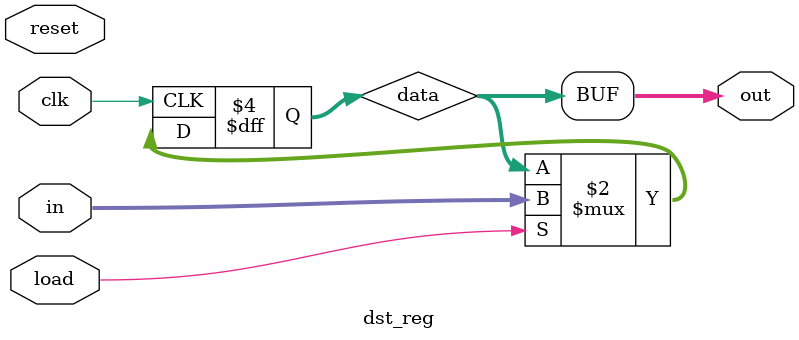
<source format=v>
`include "sizes.vh"

module dst_reg #(
		parameter SIZE=8
	) (
		input clk, reset,
		input [SIZE-1:0] in,
		input load,
		output [SIZE-1:0] out
	);

	reg [SIZE-1:0] data;
	
	always @(posedge clk) begin
		if (load) begin
			data <= in;
		end
	end

	assign out = data;
endmodule

</source>
